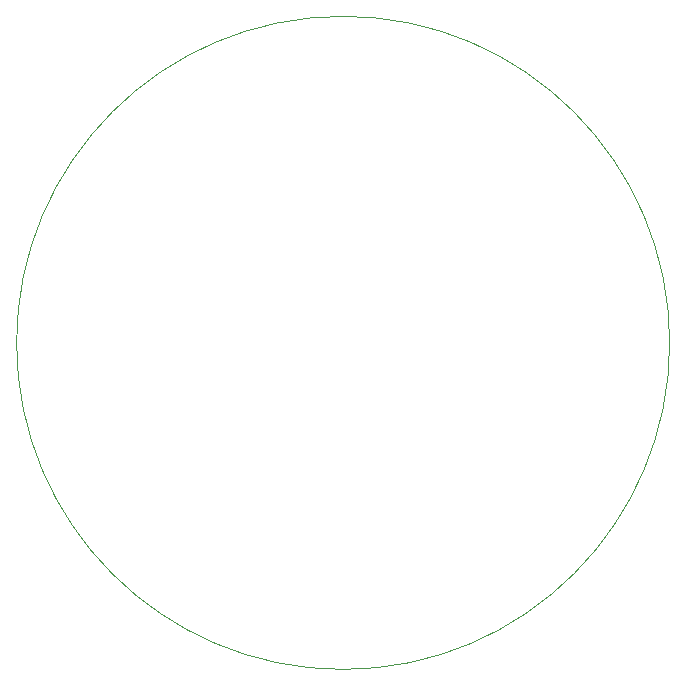
<source format=gbr>
%TF.GenerationSoftware,KiCad,Pcbnew,(6.0.7-1)-1*%
%TF.CreationDate,2023-01-06T18:56:57-05:00*%
%TF.ProjectId,atmega328,61746d65-6761-4333-9238-2e6b69636164,rev?*%
%TF.SameCoordinates,Original*%
%TF.FileFunction,Profile,NP*%
%FSLAX46Y46*%
G04 Gerber Fmt 4.6, Leading zero omitted, Abs format (unit mm)*
G04 Created by KiCad (PCBNEW (6.0.7-1)-1) date 2023-01-06 18:56:57*
%MOMM*%
%LPD*%
G01*
G04 APERTURE LIST*
%TA.AperFunction,Profile*%
%ADD10C,0.040000*%
%TD*%
G04 APERTURE END LIST*
D10*
X172497920Y-104561720D02*
G75*
G03*
X172497920Y-104561720I-27647920J0D01*
G01*
M02*

</source>
